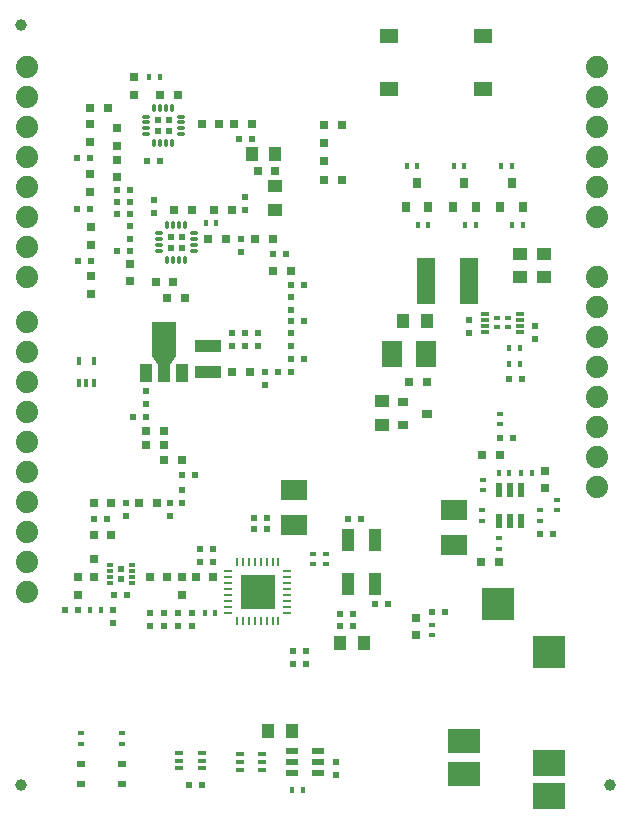
<source format=gtp>
G04 #@! TF.GenerationSoftware,KiCad,Pcbnew,(5.0.0)*
G04 #@! TF.CreationDate,2018-12-02T13:03:49-08:00*
G04 #@! TF.ProjectId,HamShield1.1,48616D536869656C64312E312E6B6963,rev?*
G04 #@! TF.SameCoordinates,PX581e980PY882a660*
G04 #@! TF.FileFunction,Paste,Top*
G04 #@! TF.FilePolarity,Positive*
%FSLAX46Y46*%
G04 Gerber Fmt 4.6, Leading zero omitted, Abs format (unit mm)*
G04 Created by KiCad (PCBNEW (5.0.0)) date 12/02/18 13:03:49*
%MOMM*%
%LPD*%
G01*
G04 APERTURE LIST*
%ADD10R,0.400000X0.600000*%
%ADD11R,2.800000X2.000000*%
%ADD12R,2.800000X2.200000*%
%ADD13R,2.800000X2.800000*%
%ADD14R,0.254000X0.762000*%
%ADD15R,0.762000X0.254000*%
%ADD16R,2.999740X2.999740*%
%ADD17R,0.548640X1.198880*%
%ADD18R,1.550000X1.300000*%
%ADD19R,0.800000X0.750000*%
%ADD20R,1.000760X1.501140*%
%ADD21R,1.998980X2.999740*%
%ADD22C,0.749300*%
%ADD23C,0.150000*%
%ADD24R,0.600000X0.500000*%
%ADD25R,0.500000X0.600000*%
%ADD26R,0.750000X0.800000*%
%ADD27R,0.600000X0.400000*%
%ADD28R,1.000000X0.600000*%
%ADD29R,0.700000X0.420000*%
%ADD30R,0.749300X0.398780*%
%ADD31R,1.250000X1.000000*%
%ADD32R,1.000000X1.250000*%
%ADD33C,0.998220*%
%ADD34R,2.230000X1.800000*%
%ADD35R,0.500000X0.300000*%
%ADD36R,0.480000X0.528000*%
%ADD37R,1.800000X2.230000*%
%ADD38R,1.500000X4.000000*%
%ADD39R,0.750000X0.300000*%
%ADD40R,0.525000X0.435000*%
%ADD41R,0.800000X0.600000*%
%ADD42R,0.800000X0.900000*%
%ADD43R,0.900000X0.800000*%
%ADD44R,1.099820X1.899920*%
%ADD45R,2.200000X1.000000*%
%ADD46C,1.879600*%
%ADD47R,0.400000X0.650000*%
%ADD48O,0.300000X0.750000*%
%ADD49O,0.750000X0.300000*%
%ADD50R,0.540000X0.540000*%
G04 APERTURE END LIST*
D10*
G04 #@! TO.C,R36*
X43600000Y46280000D03*
X42700000Y46280000D03*
G04 #@! TD*
D11*
G04 #@! TO.C,J2*
X39600000Y-5220000D03*
X39600000Y-2420000D03*
D12*
X46800000Y-4320000D03*
X46800000Y-7120000D03*
D13*
X46800000Y5080000D03*
X42450000Y9180000D03*
G04 #@! TD*
D14*
G04 #@! TO.C,U1*
X23349680Y7680640D03*
X22849300Y7680640D03*
X22348920Y7680640D03*
X23850060Y7680640D03*
D15*
X24599360Y8429940D03*
X24599360Y8930320D03*
X24599360Y9430700D03*
X24599360Y9931080D03*
X24599360Y10428920D03*
X24599360Y10929300D03*
X24599360Y11429680D03*
X24599360Y11930060D03*
D14*
X20349940Y12679360D03*
X23850060Y12679360D03*
X23349680Y12679360D03*
X22849300Y12679360D03*
X22348920Y12679360D03*
X21851080Y12679360D03*
X21350700Y12679360D03*
X20850320Y12679360D03*
D15*
X19600640Y11930060D03*
X19600640Y11429680D03*
X19600640Y10929300D03*
X19600640Y10428920D03*
X19600640Y9931080D03*
X19600640Y9430700D03*
X19600640Y8930320D03*
X19600640Y8429940D03*
D14*
X20349940Y7680640D03*
X20850320Y7680640D03*
X21350700Y7680640D03*
X21851080Y7680640D03*
D16*
X22100000Y10180000D03*
G04 #@! TD*
D17*
G04 #@! TO.C,U3*
X42510040Y18777940D03*
X43460000Y18777940D03*
X44409960Y18777940D03*
X44409960Y16182060D03*
X43460000Y16182060D03*
X42510040Y16182060D03*
G04 #@! TD*
D18*
G04 #@! TO.C,S1*
X41175000Y52730000D03*
X33225000Y52730000D03*
X33225000Y57230000D03*
X41175000Y57230000D03*
G04 #@! TD*
D19*
G04 #@! TO.C,C20*
X36400000Y27980000D03*
X34900000Y27980000D03*
G04 #@! TD*
D20*
G04 #@! TO.C,U9*
X12648860Y28678340D03*
X14150000Y28678340D03*
X15651140Y28678340D03*
D21*
X14150000Y31629820D03*
D22*
X14150000Y29780700D03*
D23*
G36*
X15150760Y30155350D02*
X14650380Y29406050D01*
X13649620Y29406050D01*
X13149240Y30155350D01*
X15150760Y30155350D01*
X15150760Y30155350D01*
G37*
G04 #@! TD*
D24*
G04 #@! TO.C,C1*
X25060000Y5190000D03*
X26160000Y5190000D03*
G04 #@! TD*
G04 #@! TO.C,C2*
X25060000Y4040000D03*
X26160000Y4040000D03*
G04 #@! TD*
D25*
G04 #@! TO.C,C3*
X16500000Y8430000D03*
X16500000Y7330000D03*
G04 #@! TD*
G04 #@! TO.C,C4*
X15360000Y8430000D03*
X15360000Y7330000D03*
G04 #@! TD*
D24*
G04 #@! TO.C,C5*
X29100000Y8280000D03*
X30200000Y8280000D03*
G04 #@! TD*
G04 #@! TO.C,C6*
X29100000Y7280000D03*
X30200000Y7280000D03*
G04 #@! TD*
D25*
G04 #@! TO.C,C7*
X14190000Y8430000D03*
X14190000Y7330000D03*
G04 #@! TD*
G04 #@! TO.C,C8*
X12950000Y8430000D03*
X12950000Y7330000D03*
G04 #@! TD*
D24*
G04 #@! TO.C,C9*
X32000000Y9180000D03*
X33100000Y9180000D03*
G04 #@! TD*
G04 #@! TO.C,C10*
X29700000Y16380000D03*
X30800000Y16380000D03*
G04 #@! TD*
G04 #@! TO.C,C12*
X21820000Y15510000D03*
X22920000Y15510000D03*
G04 #@! TD*
G04 #@! TO.C,C13*
X21820000Y16460000D03*
X22920000Y16460000D03*
G04 #@! TD*
D25*
G04 #@! TO.C,C14*
X18320000Y12680000D03*
X18320000Y13780000D03*
G04 #@! TD*
G04 #@! TO.C,C15*
X17180000Y12680000D03*
X17180000Y13780000D03*
G04 #@! TD*
G04 #@! TO.C,C16*
X28750000Y-4220000D03*
X28750000Y-5320000D03*
G04 #@! TD*
D24*
G04 #@! TO.C,C17*
X17400000Y-6170000D03*
X16300000Y-6170000D03*
G04 #@! TD*
D26*
G04 #@! TO.C,C19*
X11610000Y52280000D03*
X11610000Y53780000D03*
G04 #@! TD*
D19*
G04 #@! TO.C,C23*
X15950000Y35030000D03*
X14450000Y35030000D03*
G04 #@! TD*
G04 #@! TO.C,C24*
X14950000Y36430000D03*
X13450000Y36430000D03*
G04 #@! TD*
G04 #@! TO.C,C25*
X15050000Y42530000D03*
X16550000Y42530000D03*
G04 #@! TD*
D24*
G04 #@! TO.C,C31*
X13850000Y46680000D03*
X12750000Y46680000D03*
G04 #@! TD*
D25*
G04 #@! TO.C,C35*
X13300000Y42280000D03*
X13300000Y43380000D03*
G04 #@! TD*
G04 #@! TO.C,C36*
X39950000Y32120000D03*
X39950000Y33220000D03*
G04 #@! TD*
G04 #@! TO.C,C37*
X21050000Y30980000D03*
X21050000Y32080000D03*
G04 #@! TD*
D24*
G04 #@! TO.C,C39*
X47100000Y15120000D03*
X46000000Y15120000D03*
G04 #@! TD*
D19*
G04 #@! TO.C,C40*
X41100000Y21780000D03*
X42600000Y21780000D03*
G04 #@! TD*
D24*
G04 #@! TO.C,C41*
X43700000Y23180000D03*
X42600000Y23180000D03*
G04 #@! TD*
G04 #@! TO.C,C43*
X37930000Y8450000D03*
X36830000Y8450000D03*
G04 #@! TD*
G04 #@! TO.C,C56*
X11250000Y39080000D03*
X10150000Y39080000D03*
G04 #@! TD*
G04 #@! TO.C,C59*
X7900000Y42580000D03*
X6800000Y42580000D03*
G04 #@! TD*
G04 #@! TO.C,C60*
X11250000Y42180000D03*
X10150000Y42180000D03*
G04 #@! TD*
D26*
G04 #@! TO.C,C94*
X35460000Y8000000D03*
X35460000Y6500000D03*
G04 #@! TD*
D10*
G04 #@! TO.C,R3*
X18500000Y8430000D03*
X17600000Y8430000D03*
G04 #@! TD*
D27*
G04 #@! TO.C,R12*
X41180000Y19690000D03*
X41180000Y18790000D03*
G04 #@! TD*
G04 #@! TO.C,R13*
X41100000Y16180000D03*
X41100000Y17080000D03*
G04 #@! TD*
D10*
G04 #@! TO.C,R23*
X44410000Y20260000D03*
X45310000Y20260000D03*
G04 #@! TD*
D27*
G04 #@! TO.C,R24*
X42600000Y24380000D03*
X42600000Y25280000D03*
G04 #@! TD*
G04 #@! TO.C,R27*
X46000000Y17080000D03*
X46000000Y16180000D03*
G04 #@! TD*
G04 #@! TO.C,R28*
X47430000Y17090000D03*
X47430000Y17990000D03*
G04 #@! TD*
G04 #@! TO.C,R31*
X36830000Y7410000D03*
X36830000Y6510000D03*
G04 #@! TD*
D10*
G04 #@! TO.C,R37*
X39600000Y46280000D03*
X38700000Y46280000D03*
G04 #@! TD*
D28*
G04 #@! TO.C,Q1*
X27200000Y-5170000D03*
X27200000Y-4220000D03*
X27200000Y-3270000D03*
X25000000Y-3270000D03*
X25000000Y-4220000D03*
X25000000Y-5170000D03*
G04 #@! TD*
D10*
G04 #@! TO.C,R4*
X25900000Y-6570000D03*
X25000000Y-6570000D03*
G04 #@! TD*
G04 #@! TO.C,R5*
X18600000Y41430000D03*
X17700000Y41430000D03*
G04 #@! TD*
D27*
G04 #@! TO.C,R6*
X42520000Y13850000D03*
X42520000Y14750000D03*
G04 #@! TD*
D10*
G04 #@! TO.C,R7*
X42500000Y20230000D03*
X43400000Y20230000D03*
G04 #@! TD*
D29*
G04 #@! TO.C,D1*
X20600000Y-3570000D03*
X20600000Y-4220000D03*
X20600000Y-4870000D03*
X22500000Y-4870000D03*
X22500000Y-4220000D03*
X22500000Y-3570000D03*
G04 #@! TD*
D25*
G04 #@! TO.C,C58*
X21050000Y42530000D03*
X21050000Y43630000D03*
G04 #@! TD*
D30*
G04 #@! TO.C,U12*
X17349960Y-4770240D03*
X17349960Y-4120000D03*
X17349960Y-3469760D03*
X15450040Y-3469760D03*
X15450040Y-4120000D03*
X15450040Y-4770240D03*
G04 #@! TD*
D19*
G04 #@! TO.C,C61*
X23600000Y45780000D03*
X22100000Y45780000D03*
G04 #@! TD*
G04 #@! TO.C,C67*
X9400000Y51130000D03*
X7900000Y51130000D03*
G04 #@! TD*
D26*
G04 #@! TO.C,C73*
X8200000Y12930000D03*
X8200000Y11430000D03*
G04 #@! TD*
G04 #@! TO.C,L18*
X7950000Y36930000D03*
X7950000Y35430000D03*
G04 #@! TD*
G04 #@! TO.C,L19*
X11300000Y37980000D03*
X11300000Y36480000D03*
G04 #@! TD*
G04 #@! TO.C,L21*
X7950000Y41080000D03*
X7950000Y39580000D03*
G04 #@! TD*
G04 #@! TO.C,L24*
X7900000Y45530000D03*
X7900000Y44030000D03*
G04 #@! TD*
G04 #@! TO.C,L27*
X7900000Y49780000D03*
X7900000Y48280000D03*
G04 #@! TD*
G04 #@! TO.C,L28*
X10150000Y46780000D03*
X10150000Y45280000D03*
G04 #@! TD*
D25*
G04 #@! TO.C,C30*
X19950000Y30980000D03*
X19950000Y32080000D03*
G04 #@! TD*
G04 #@! TO.C,C46*
X20700000Y40080000D03*
X20700000Y38980000D03*
G04 #@! TD*
G04 #@! TO.C,C51*
X22150000Y30980000D03*
X22150000Y32080000D03*
G04 #@! TD*
D24*
G04 #@! TO.C,C53*
X7950000Y38180000D03*
X6850000Y38180000D03*
G04 #@! TD*
G04 #@! TO.C,C62*
X7900000Y46880000D03*
X6800000Y46880000D03*
G04 #@! TD*
G04 #@! TO.C,C63*
X10150000Y44180000D03*
X11250000Y44180000D03*
G04 #@! TD*
G04 #@! TO.C,C66*
X21650000Y48530000D03*
X20550000Y48530000D03*
G04 #@! TD*
D26*
G04 #@! TO.C,C68*
X10150000Y49430000D03*
X10150000Y47930000D03*
G04 #@! TD*
D19*
G04 #@! TO.C,C70*
X17350000Y49780000D03*
X18850000Y49780000D03*
G04 #@! TD*
G04 #@! TO.C,C71*
X12950000Y11430000D03*
X14450000Y11430000D03*
G04 #@! TD*
D24*
G04 #@! TO.C,C72*
X24900000Y29880000D03*
X26000000Y29880000D03*
G04 #@! TD*
G04 #@! TO.C,C75*
X6850000Y8680000D03*
X5750000Y8680000D03*
G04 #@! TD*
D25*
G04 #@! TO.C,C76*
X9850000Y8680000D03*
X9850000Y7580000D03*
G04 #@! TD*
G04 #@! TO.C,L22*
X11250000Y41180000D03*
X11250000Y40080000D03*
G04 #@! TD*
D31*
G04 #@! TO.C,L23*
X23600000Y44530000D03*
X23600000Y42530000D03*
G04 #@! TD*
D24*
G04 #@! TO.C,L25*
X10150000Y43180000D03*
X11250000Y43180000D03*
G04 #@! TD*
D32*
G04 #@! TO.C,L26*
X21600000Y47280000D03*
X23600000Y47280000D03*
G04 #@! TD*
D24*
G04 #@! TO.C,C74*
X11050000Y9880000D03*
X9950000Y9880000D03*
G04 #@! TD*
D10*
G04 #@! TO.C,R8*
X7900000Y8680000D03*
X8800000Y8680000D03*
G04 #@! TD*
D33*
G04 #@! TO.C,FD1*
X51960000Y-6190000D03*
G04 #@! TD*
G04 #@! TO.C,FD2*
X2050000Y58160000D03*
G04 #@! TD*
D34*
G04 #@! TO.C,C11*
X25200000Y18790000D03*
X25200000Y15870000D03*
G04 #@! TD*
D35*
G04 #@! TO.C,U4*
X11450000Y10930000D03*
X11450000Y11430000D03*
X11450000Y11930000D03*
X11450000Y12430000D03*
X9550000Y12430000D03*
X9550000Y11930000D03*
X9550000Y11430000D03*
X9550000Y10930000D03*
D36*
X10500000Y12120000D03*
X10500000Y11240000D03*
G04 #@! TD*
D26*
G04 #@! TO.C,C77*
X27700000Y46680000D03*
X27700000Y48180000D03*
G04 #@! TD*
D19*
G04 #@! TO.C,L30*
X27700000Y49680000D03*
X29200000Y49680000D03*
G04 #@! TD*
G04 #@! TO.C,L31*
X27700000Y45080000D03*
X29200000Y45080000D03*
G04 #@! TD*
G04 #@! TO.C,L32*
X15350000Y52280000D03*
X13850000Y52280000D03*
G04 #@! TD*
G04 #@! TO.C,L33*
X9700000Y14980000D03*
X8200000Y14980000D03*
G04 #@! TD*
D10*
G04 #@! TO.C,R9*
X12910000Y53780000D03*
X13810000Y53780000D03*
G04 #@! TD*
D25*
G04 #@! TO.C,C28*
X45560000Y32720000D03*
X45560000Y31620000D03*
G04 #@! TD*
D24*
G04 #@! TO.C,C29*
X44480000Y28230000D03*
X43380000Y28230000D03*
G04 #@! TD*
D37*
G04 #@! TO.C,C79*
X33440000Y30330000D03*
X36360000Y30330000D03*
G04 #@! TD*
D10*
G04 #@! TO.C,R10*
X43380000Y29470000D03*
X44280000Y29470000D03*
G04 #@! TD*
G04 #@! TO.C,R11*
X44280000Y30810000D03*
X43380000Y30810000D03*
G04 #@! TD*
D31*
G04 #@! TO.C,C18*
X46360000Y36810000D03*
X46360000Y38810000D03*
G04 #@! TD*
G04 #@! TO.C,C21*
X44280000Y36810000D03*
X44280000Y38810000D03*
G04 #@! TD*
D32*
G04 #@! TO.C,C78*
X34400000Y33080000D03*
X36400000Y33080000D03*
G04 #@! TD*
D38*
G04 #@! TO.C,L2*
X39950000Y36480000D03*
X36350000Y36480000D03*
G04 #@! TD*
D31*
G04 #@! TO.C,C22*
X32650000Y26330000D03*
X32650000Y24330000D03*
G04 #@! TD*
D26*
G04 #@! TO.C,L3*
X6850000Y11430000D03*
X6850000Y9930000D03*
G04 #@! TD*
D19*
G04 #@! TO.C,L20*
X19900000Y42530000D03*
X18400000Y42530000D03*
G04 #@! TD*
G04 #@! TO.C,L29*
X20100000Y49780000D03*
X21600000Y49780000D03*
G04 #@! TD*
D32*
G04 #@! TO.C,C80*
X31100000Y5830000D03*
X29100000Y5830000D03*
G04 #@! TD*
G04 #@! TO.C,C81*
X23000000Y-1570000D03*
X25000000Y-1570000D03*
G04 #@! TD*
D39*
G04 #@! TO.C,U2*
X44280000Y32220000D03*
X44280000Y32720000D03*
X44280000Y33220000D03*
X44280000Y33720000D03*
X41380000Y33720000D03*
X41380000Y33220000D03*
X41380000Y32720000D03*
X41380000Y32220000D03*
D40*
X42392500Y33332500D03*
X42392500Y32607500D03*
X43267500Y33332500D03*
X43267500Y32607500D03*
G04 #@! TD*
D19*
G04 #@! TO.C,C301*
X16850000Y11430000D03*
X18350000Y11430000D03*
G04 #@! TD*
D26*
G04 #@! TO.C,L301*
X15650000Y9930000D03*
X15650000Y11430000D03*
G04 #@! TD*
D10*
G04 #@! TO.C,R1*
X36550000Y41280000D03*
X35650000Y41280000D03*
G04 #@! TD*
D27*
G04 #@! TO.C,R2*
X27875000Y12530000D03*
X27875000Y13430000D03*
G04 #@! TD*
D10*
G04 #@! TO.C,R14*
X40550000Y41280000D03*
X39650000Y41280000D03*
G04 #@! TD*
G04 #@! TO.C,R15*
X44550000Y41280000D03*
X43650000Y41280000D03*
G04 #@! TD*
G04 #@! TO.C,R16*
X35600000Y46280000D03*
X34700000Y46280000D03*
G04 #@! TD*
D27*
G04 #@! TO.C,R17*
X26750000Y12530000D03*
X26750000Y13430000D03*
G04 #@! TD*
D41*
G04 #@! TO.C,D2*
X10600000Y-6070000D03*
X10600000Y-4370000D03*
G04 #@! TD*
G04 #@! TO.C,D3*
X7100000Y-6070000D03*
X7100000Y-4370000D03*
G04 #@! TD*
D27*
G04 #@! TO.C,R20*
X10600000Y-1770000D03*
X10600000Y-2670000D03*
G04 #@! TD*
G04 #@! TO.C,R22*
X7100000Y-1770000D03*
X7100000Y-2670000D03*
G04 #@! TD*
D19*
G04 #@! TO.C,C33*
X14150000Y22580000D03*
X12650000Y22580000D03*
G04 #@! TD*
D24*
G04 #@! TO.C,C38*
X24900000Y36180000D03*
X26000000Y36180000D03*
G04 #@! TD*
D25*
G04 #@! TO.C,L4*
X15650000Y17730000D03*
X15650000Y18830000D03*
G04 #@! TD*
G04 #@! TO.C,L6*
X24900000Y32080000D03*
X24900000Y30980000D03*
G04 #@! TD*
G04 #@! TO.C,L11*
X12650000Y26080000D03*
X12650000Y27180000D03*
G04 #@! TD*
D19*
G04 #@! TO.C,L12*
X21900000Y40080000D03*
X23400000Y40080000D03*
G04 #@! TD*
D25*
G04 #@! TO.C,C26*
X10950000Y17730000D03*
X10950000Y16630000D03*
G04 #@! TD*
D24*
G04 #@! TO.C,C32*
X15650000Y20080000D03*
X16750000Y20080000D03*
G04 #@! TD*
D42*
G04 #@! TO.C,Q5*
X34650000Y42780000D03*
X36550000Y42780000D03*
X35600000Y44780000D03*
G04 #@! TD*
G04 #@! TO.C,Q6*
X38650000Y42780000D03*
X40550000Y42780000D03*
X39600000Y44780000D03*
G04 #@! TD*
G04 #@! TO.C,Q7*
X42650000Y42780000D03*
X44550000Y42780000D03*
X43600000Y44780000D03*
G04 #@! TD*
D43*
G04 #@! TO.C,U6*
X34400000Y26230000D03*
X34400000Y24330000D03*
X36400000Y25280000D03*
G04 #@! TD*
D44*
G04 #@! TO.C,Y1*
X31998080Y10880880D03*
X31998080Y14579120D03*
X29701920Y14579120D03*
X29701920Y10880880D03*
G04 #@! TD*
D25*
G04 #@! TO.C,C27*
X14650000Y17730000D03*
X14650000Y16630000D03*
G04 #@! TD*
D24*
G04 #@! TO.C,C34*
X24900000Y33080000D03*
X26000000Y33080000D03*
G04 #@! TD*
D26*
G04 #@! TO.C,C42*
X46390000Y20460000D03*
X46390000Y18960000D03*
G04 #@! TD*
D24*
G04 #@! TO.C,C44*
X12650000Y24980000D03*
X11550000Y24980000D03*
G04 #@! TD*
D19*
G04 #@! TO.C,C47*
X41020000Y12680000D03*
X42520000Y12680000D03*
G04 #@! TD*
D24*
G04 #@! TO.C,C49*
X8200000Y16330000D03*
X9300000Y16330000D03*
G04 #@! TD*
D25*
G04 #@! TO.C,C69*
X22700000Y28780000D03*
X22700000Y27680000D03*
G04 #@! TD*
D34*
G04 #@! TO.C,C93*
X38680000Y14190000D03*
X38680000Y17110000D03*
G04 #@! TD*
D19*
G04 #@! TO.C,L1*
X12050000Y17730000D03*
X13550000Y17730000D03*
G04 #@! TD*
G04 #@! TO.C,L5*
X15650000Y21330000D03*
X14150000Y21330000D03*
G04 #@! TD*
G04 #@! TO.C,L7*
X14150000Y23830000D03*
X12650000Y23830000D03*
G04 #@! TD*
D25*
G04 #@! TO.C,L8*
X24900000Y35180000D03*
X24900000Y34080000D03*
G04 #@! TD*
D19*
G04 #@! TO.C,L9*
X8200000Y17730000D03*
X9700000Y17730000D03*
G04 #@! TD*
G04 #@! TO.C,L10*
X23400000Y37380000D03*
X24900000Y37380000D03*
G04 #@! TD*
D45*
G04 #@! TO.C,L15*
X17900000Y28780000D03*
X17900000Y30980000D03*
G04 #@! TD*
D19*
G04 #@! TO.C,L16*
X21450000Y28780000D03*
X19950000Y28780000D03*
G04 #@! TD*
D24*
G04 #@! TO.C,L17*
X24900000Y28780000D03*
X23800000Y28780000D03*
G04 #@! TD*
D33*
G04 #@! TO.C,FD3*
X2050000Y-6190000D03*
G04 #@! TD*
D19*
G04 #@! TO.C,C48*
X19400000Y40080000D03*
X17900000Y40080000D03*
G04 #@! TD*
D46*
G04 #@! TO.C,U5*
X50830000Y26680000D03*
X50830000Y29220000D03*
X50830000Y41920000D03*
X50830000Y44460000D03*
X50830000Y47000000D03*
X50830000Y49540000D03*
X50830000Y52080000D03*
X50830000Y54620000D03*
X2570000Y15250000D03*
X2570000Y49540000D03*
X2570000Y47000000D03*
X2570000Y44460000D03*
X2570000Y41920000D03*
X2570000Y39380000D03*
X2570000Y36840000D03*
X2570000Y33030000D03*
X2570000Y30490000D03*
X2570000Y27950000D03*
X2570000Y25410000D03*
X2570000Y22870000D03*
X2570000Y20330000D03*
X50830000Y31760000D03*
X50830000Y34300000D03*
X2570000Y17790000D03*
X50830000Y24140000D03*
X2570000Y54620000D03*
X2570000Y52080000D03*
X50830000Y36840000D03*
X2570000Y12710000D03*
X2570000Y10170000D03*
X50830000Y21600000D03*
X50830000Y19060000D03*
G04 #@! TD*
D24*
G04 #@! TO.C,C45*
X23400000Y38760000D03*
X24500000Y38760000D03*
G04 #@! TD*
D47*
G04 #@! TO.C,U7*
X6950000Y29730000D03*
X8250000Y29730000D03*
X7600000Y27830000D03*
X8250000Y27830000D03*
X6950000Y27830000D03*
G04 #@! TD*
D48*
G04 #@! TO.C,U10*
X13350000Y48205000D03*
X13850000Y48205000D03*
X14350000Y48205000D03*
X14850000Y48205000D03*
D49*
X15575000Y48930000D03*
X15575000Y49430000D03*
X15575000Y49930000D03*
X15575000Y50430000D03*
D48*
X14850000Y51155000D03*
X14350000Y51155000D03*
X13850000Y51155000D03*
X13350000Y51155000D03*
D49*
X12625000Y50430000D03*
X12625000Y49930000D03*
X12625000Y49430000D03*
X12625000Y48930000D03*
D50*
X14550000Y50130000D03*
X13650000Y50130000D03*
X14550000Y49230000D03*
X13650000Y49230000D03*
G04 #@! TD*
G04 #@! TO.C,U11*
X14750000Y40230000D03*
X14750000Y39330000D03*
X15650000Y40230000D03*
X15650000Y39330000D03*
D48*
X14450000Y41255000D03*
X14950000Y41255000D03*
X15450000Y41255000D03*
X15950000Y41255000D03*
D49*
X16675000Y40530000D03*
X16675000Y40030000D03*
X16675000Y39530000D03*
X16675000Y39030000D03*
D48*
X15950000Y38305000D03*
X15450000Y38305000D03*
X14950000Y38305000D03*
X14450000Y38305000D03*
D49*
X13725000Y39030000D03*
X13725000Y39530000D03*
X13725000Y40030000D03*
X13725000Y40530000D03*
G04 #@! TD*
M02*

</source>
